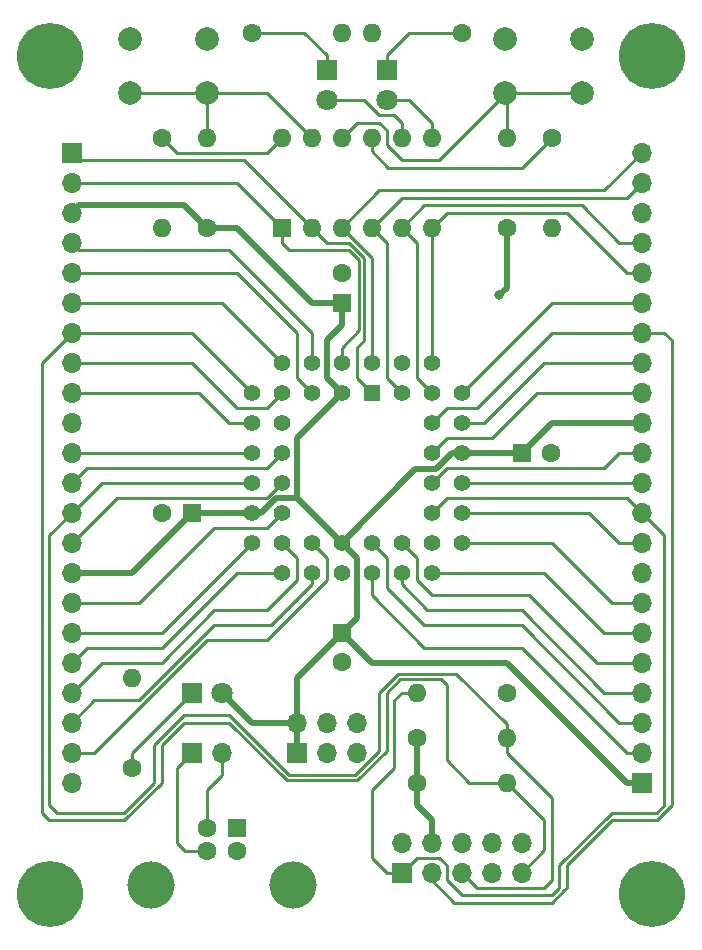
<source format=gbr>
%TF.GenerationSoftware,KiCad,Pcbnew,(5.1.7)-1*%
%TF.CreationDate,2022-07-04T22:41:30-03:00*%
%TF.ProjectId,ATF1502BR,41544631-3530-4324-9252-2e6b69636164,rev?*%
%TF.SameCoordinates,Original*%
%TF.FileFunction,Copper,L1,Top*%
%TF.FilePolarity,Positive*%
%FSLAX46Y46*%
G04 Gerber Fmt 4.6, Leading zero omitted, Abs format (unit mm)*
G04 Created by KiCad (PCBNEW (5.1.7)-1) date 2022-07-04 22:41:30*
%MOMM*%
%LPD*%
G01*
G04 APERTURE LIST*
%TA.AperFunction,ComponentPad*%
%ADD10C,5.600000*%
%TD*%
%TA.AperFunction,ComponentPad*%
%ADD11C,4.000000*%
%TD*%
%TA.AperFunction,ComponentPad*%
%ADD12C,1.600000*%
%TD*%
%TA.AperFunction,ComponentPad*%
%ADD13R,1.600000X1.600000*%
%TD*%
%TA.AperFunction,ComponentPad*%
%ADD14O,1.600000X1.600000*%
%TD*%
%TA.AperFunction,ComponentPad*%
%ADD15C,1.800000*%
%TD*%
%TA.AperFunction,ComponentPad*%
%ADD16R,1.800000X1.800000*%
%TD*%
%TA.AperFunction,ComponentPad*%
%ADD17O,1.700000X1.700000*%
%TD*%
%TA.AperFunction,ComponentPad*%
%ADD18R,1.700000X1.700000*%
%TD*%
%TA.AperFunction,ComponentPad*%
%ADD19C,2.000000*%
%TD*%
%TA.AperFunction,ComponentPad*%
%ADD20C,1.422400*%
%TD*%
%TA.AperFunction,ComponentPad*%
%ADD21R,1.422400X1.422400*%
%TD*%
%TA.AperFunction,ViaPad*%
%ADD22C,0.800000*%
%TD*%
%TA.AperFunction,Conductor*%
%ADD23C,0.500000*%
%TD*%
%TA.AperFunction,Conductor*%
%ADD24C,0.250000*%
%TD*%
G04 APERTURE END LIST*
D10*
%TO.P,REF\u002A\u002A,1*%
%TO.N,GND*%
X24500000Y-95500000D03*
%TD*%
%TO.P,REF\u002A\u002A,1*%
%TO.N,GND*%
X75500000Y-95500000D03*
%TD*%
%TO.P,REF\u002A\u002A,1*%
%TO.N,GND*%
X75500000Y-24500000D03*
%TD*%
%TO.P,REF\u002A\u002A,1*%
%TO.N,GND*%
X24500000Y-24500000D03*
%TD*%
D11*
%TO.P,J1,5*%
%TO.N,GND*%
X45070000Y-94710000D03*
X33070000Y-94710000D03*
D12*
%TO.P,J1,4*%
X40320000Y-91850000D03*
%TO.P,J1,3*%
%TO.N,/USBP*%
X37820000Y-91850000D03*
%TO.P,J1,2*%
%TO.N,/USBN*%
X37820000Y-89850000D03*
D13*
%TO.P,J1,1*%
%TO.N,+5V*%
X40320000Y-89850000D03*
%TD*%
D14*
%TO.P,R14,2*%
%TO.N,GND*%
X31430000Y-77150000D03*
D12*
%TO.P,R14,1*%
%TO.N,Net-(D8-Pad1)*%
X31430000Y-84770000D03*
%TD*%
D15*
%TO.P,D8,2*%
%TO.N,+5V*%
X39050000Y-78420000D03*
D16*
%TO.P,D8,1*%
%TO.N,Net-(D8-Pad1)*%
X36510000Y-78420000D03*
%TD*%
D17*
%TO.P,J6,6*%
%TO.N,GND*%
X50480000Y-80960000D03*
%TO.P,J6,5*%
X50480000Y-83500000D03*
%TO.P,J6,4*%
%TO.N,Net-(J6-Pad4)*%
X47940000Y-80960000D03*
%TO.P,J6,3*%
%TO.N,Net-(J6-Pad3)*%
X47940000Y-83500000D03*
%TO.P,J6,2*%
%TO.N,+5V*%
X45400000Y-80960000D03*
D18*
%TO.P,J6,1*%
X45400000Y-83500000D03*
%TD*%
D14*
%TO.P,SW1,12*%
%TO.N,Net-(R12-Pad1)*%
X44130000Y-31430000D03*
%TO.P,SW1,6*%
%TO.N,/IO_40*%
X56830000Y-39050000D03*
%TO.P,SW1,11*%
%TO.N,/SW_GCLR*%
X46670000Y-31430000D03*
%TO.P,SW1,5*%
%TO.N,/IO_GCLK3*%
X54290000Y-39050000D03*
%TO.P,SW1,10*%
%TO.N,/SW_OE1*%
X49210000Y-31430000D03*
%TO.P,SW1,4*%
%TO.N,/I_GCLK1*%
X51750000Y-39050000D03*
%TO.P,SW1,9*%
%TO.N,Net-(R13-Pad1)*%
X51750000Y-31430000D03*
%TO.P,SW1,3*%
%TO.N,/I_OE1*%
X49210000Y-39050000D03*
%TO.P,SW1,8*%
%TO.N,/LED1*%
X54290000Y-31430000D03*
%TO.P,SW1,2*%
%TO.N,/I_GCLR*%
X46670000Y-39050000D03*
%TO.P,SW1,7*%
%TO.N,/LED0*%
X56830000Y-31430000D03*
D13*
%TO.P,SW1,1*%
%TO.N,/I_GCLK2_OE2*%
X44130000Y-39050000D03*
%TD*%
D19*
%TO.P,SW5,1*%
%TO.N,/SW_GCLR*%
X31280000Y-27620000D03*
%TO.P,SW5,2*%
%TO.N,GND*%
X31280000Y-23120000D03*
%TO.P,SW5,1*%
%TO.N,/SW_GCLR*%
X37780000Y-27620000D03*
%TO.P,SW5,2*%
%TO.N,GND*%
X37780000Y-23120000D03*
%TD*%
%TO.P,SW4,1*%
%TO.N,/SW_OE1*%
X63030000Y-27620000D03*
%TO.P,SW4,2*%
%TO.N,GND*%
X63030000Y-23120000D03*
%TO.P,SW4,1*%
%TO.N,/SW_OE1*%
X69530000Y-27620000D03*
%TO.P,SW4,2*%
%TO.N,GND*%
X69530000Y-23120000D03*
%TD*%
D14*
%TO.P,R16,2*%
%TO.N,/SW_GCLR*%
X37780000Y-31430000D03*
D12*
%TO.P,R16,1*%
%TO.N,+5V*%
X37780000Y-39050000D03*
%TD*%
D14*
%TO.P,R15,2*%
%TO.N,/SW_OE1*%
X63180000Y-31430000D03*
D12*
%TO.P,R15,1*%
%TO.N,+5V*%
X63180000Y-39050000D03*
%TD*%
D14*
%TO.P,R13,2*%
%TO.N,GND*%
X66990000Y-39050000D03*
D12*
%TO.P,R13,1*%
%TO.N,Net-(R13-Pad1)*%
X66990000Y-31430000D03*
%TD*%
D14*
%TO.P,R12,2*%
%TO.N,GND*%
X33970000Y-39050000D03*
D12*
%TO.P,R12,1*%
%TO.N,Net-(R12-Pad1)*%
X33970000Y-31430000D03*
%TD*%
D14*
%TO.P,R5,2*%
%TO.N,GND*%
X49210000Y-22540000D03*
D12*
%TO.P,R5,1*%
%TO.N,Net-(D1-Pad1)*%
X41590000Y-22540000D03*
%TD*%
D14*
%TO.P,R4,2*%
%TO.N,GND*%
X51750000Y-22540000D03*
D12*
%TO.P,R4,1*%
%TO.N,Net-(D0-Pad1)*%
X59370000Y-22540000D03*
%TD*%
D14*
%TO.P,R3,2*%
%TO.N,/TCK*%
X55560000Y-78420000D03*
D12*
%TO.P,R3,1*%
%TO.N,GND*%
X63180000Y-78420000D03*
%TD*%
D14*
%TO.P,R2,2*%
%TO.N,/TMS*%
X63180000Y-82230000D03*
D12*
%TO.P,R2,1*%
%TO.N,+5V*%
X55560000Y-82230000D03*
%TD*%
D14*
%TO.P,R1,2*%
%TO.N,/TDI*%
X63180000Y-86040000D03*
D12*
%TO.P,R1,1*%
%TO.N,+5V*%
X55560000Y-86040000D03*
%TD*%
D17*
%TO.P,J4,10*%
%TO.N,GND*%
X64450000Y-91120000D03*
%TO.P,J4,9*%
%TO.N,/TDI*%
X64450000Y-93660000D03*
%TO.P,J4,8*%
%TO.N,Net-(J4-Pad8)*%
X61910000Y-91120000D03*
%TO.P,J4,7*%
%TO.N,Net-(J4-Pad7)*%
X61910000Y-93660000D03*
%TO.P,J4,6*%
%TO.N,Net-(J4-Pad6)*%
X59370000Y-91120000D03*
%TO.P,J4,5*%
%TO.N,/TMS*%
X59370000Y-93660000D03*
%TO.P,J4,4*%
%TO.N,+5V*%
X56830000Y-91120000D03*
%TO.P,J4,3*%
%TO.N,/TDO*%
X56830000Y-93660000D03*
%TO.P,J4,2*%
%TO.N,GND*%
X54290000Y-91120000D03*
D18*
%TO.P,J4,1*%
%TO.N,/TCK*%
X54290000Y-93660000D03*
%TD*%
D17*
%TO.P,J2,2*%
%TO.N,/USBN*%
X39050000Y-83500000D03*
D18*
%TO.P,J2,1*%
%TO.N,/USBP*%
X36510000Y-83500000D03*
%TD*%
D15*
%TO.P,D1,2*%
%TO.N,/LED1*%
X47940000Y-28255000D03*
D16*
%TO.P,D1,1*%
%TO.N,Net-(D1-Pad1)*%
X47940000Y-25715000D03*
%TD*%
D15*
%TO.P,D0,2*%
%TO.N,/LED0*%
X53020000Y-28255000D03*
D16*
%TO.P,D0,1*%
%TO.N,Net-(D0-Pad1)*%
X53020000Y-25715000D03*
%TD*%
D12*
%TO.P,C4,2*%
%TO.N,GND*%
X49210000Y-75840000D03*
D13*
%TO.P,C4,1*%
%TO.N,+5V*%
X49210000Y-73340000D03*
%TD*%
D12*
%TO.P,C3,2*%
%TO.N,GND*%
X66950000Y-58100000D03*
D13*
%TO.P,C3,1*%
%TO.N,+5V*%
X64450000Y-58100000D03*
%TD*%
D12*
%TO.P,C2,2*%
%TO.N,GND*%
X34010000Y-63180000D03*
D13*
%TO.P,C2,1*%
%TO.N,+5V*%
X36510000Y-63180000D03*
%TD*%
D12*
%TO.P,C1,2*%
%TO.N,GND*%
X49210000Y-42900000D03*
D13*
%TO.P,C1,1*%
%TO.N,+5V*%
X49210000Y-45400000D03*
%TD*%
D20*
%TO.P,U1,39*%
%TO.N,/IO_39*%
X59370000Y-53020000D03*
%TO.P,U1,37*%
%TO.N,/IO_37*%
X59370000Y-55560000D03*
%TO.P,U1,35*%
%TO.N,+5V*%
X59370000Y-58100000D03*
%TO.P,U1,33*%
%TO.N,/IO_33*%
X59370000Y-60640000D03*
%TO.P,U1,31*%
%TO.N,/IO_31*%
X59370000Y-63180000D03*
%TO.P,U1,40*%
%TO.N,/IO_40*%
X56830000Y-50480000D03*
%TO.P,U1,38*%
%TO.N,/TDO*%
X56830000Y-55560000D03*
%TO.P,U1,36*%
%TO.N,/IO_36*%
X56830000Y-58100000D03*
%TO.P,U1,34*%
%TO.N,/IO_34*%
X56830000Y-60640000D03*
%TO.P,U1,32*%
%TO.N,/TCK*%
X56830000Y-63180000D03*
%TO.P,U1,30*%
%TO.N,GND*%
X56830000Y-65720000D03*
%TO.P,U1,28*%
%TO.N,/IO_28*%
X56830000Y-68260000D03*
%TO.P,U1,26*%
%TO.N,/IO_26*%
X54290000Y-68260000D03*
%TO.P,U1,24*%
%TO.N,/IO_24*%
X51750000Y-68260000D03*
%TO.P,U1,22*%
%TO.N,GND*%
X49210000Y-68260000D03*
%TO.P,U1,20*%
%TO.N,/IO_20*%
X46670000Y-68260000D03*
%TO.P,U1,18*%
%TO.N,/IO_18*%
X44130000Y-68260000D03*
%TO.P,U1,29*%
%TO.N,/IO_29*%
X59370000Y-65720000D03*
%TO.P,U1,27*%
%TO.N,/IO_27*%
X54290000Y-65720000D03*
%TO.P,U1,25*%
%TO.N,/IO_PD2*%
X51750000Y-65720000D03*
%TO.P,U1,23*%
%TO.N,+5V*%
X49210000Y-65720000D03*
%TO.P,U1,21*%
%TO.N,/IO_21*%
X46670000Y-65720000D03*
%TO.P,U1,19*%
%TO.N,/IO_19*%
X44130000Y-65720000D03*
%TO.P,U1,17*%
%TO.N,/IO_17*%
X41590000Y-65720000D03*
%TO.P,U1,15*%
%TO.N,+5V*%
X41590000Y-63180000D03*
%TO.P,U1,13*%
%TO.N,/TMS*%
X41590000Y-60640000D03*
%TO.P,U1,11*%
%TO.N,/IO_PD1*%
X41590000Y-58100000D03*
%TO.P,U1,9*%
%TO.N,/IO_9*%
X41590000Y-55560000D03*
%TO.P,U1,7*%
%TO.N,/TDI*%
X41590000Y-53020000D03*
%TO.P,U1,16*%
%TO.N,/IO_16*%
X44130000Y-63180000D03*
%TO.P,U1,14*%
%TO.N,/IO_14*%
X44130000Y-60640000D03*
%TO.P,U1,12*%
%TO.N,/IO_12*%
X44130000Y-58100000D03*
%TO.P,U1,10*%
%TO.N,GND*%
X44130000Y-55560000D03*
%TO.P,U1,8*%
%TO.N,/IO_8*%
X44130000Y-53020000D03*
%TO.P,U1,42*%
%TO.N,GND*%
X54290000Y-50480000D03*
%TO.P,U1,44*%
%TO.N,/I_OE1*%
X51750000Y-50480000D03*
%TO.P,U1,6*%
%TO.N,/IO_6*%
X44130000Y-50480000D03*
%TO.P,U1,4*%
%TO.N,/IO_4*%
X46670000Y-50480000D03*
%TO.P,U1,2*%
%TO.N,/I_GCLK2_OE2*%
X49210000Y-50480000D03*
%TO.P,U1,41*%
%TO.N,/IO_GCLK3*%
X56830000Y-53020000D03*
%TO.P,U1,43*%
%TO.N,/I_GCLK1*%
X54290000Y-53020000D03*
%TO.P,U1,5*%
%TO.N,/IO_5*%
X46670000Y-53020000D03*
%TO.P,U1,3*%
%TO.N,+5V*%
X49210000Y-53020000D03*
D21*
%TO.P,U1,1*%
%TO.N,/I_GCLR*%
X51750000Y-53020000D03*
%TD*%
D17*
%TO.P,J5,22*%
%TO.N,/I_OE1*%
X74610000Y-32700000D03*
%TO.P,J5,21*%
%TO.N,/I_GCLK1*%
X74610000Y-35240000D03*
%TO.P,J5,20*%
%TO.N,GND*%
X74610000Y-37780000D03*
%TO.P,J5,19*%
%TO.N,/IO_GCLK3*%
X74610000Y-40320000D03*
%TO.P,J5,18*%
%TO.N,/IO_40*%
X74610000Y-42860000D03*
%TO.P,J5,17*%
%TO.N,/IO_39*%
X74610000Y-45400000D03*
%TO.P,J5,16*%
%TO.N,/TDO*%
X74610000Y-47940000D03*
%TO.P,J5,15*%
%TO.N,/IO_37*%
X74610000Y-50480000D03*
%TO.P,J5,14*%
%TO.N,/IO_36*%
X74610000Y-53020000D03*
%TO.P,J5,13*%
%TO.N,+5V*%
X74610000Y-55560000D03*
%TO.P,J5,12*%
%TO.N,/IO_34*%
X74610000Y-58100000D03*
%TO.P,J5,11*%
%TO.N,/IO_33*%
X74610000Y-60640000D03*
%TO.P,J5,10*%
%TO.N,/TCK*%
X74610000Y-63180000D03*
%TO.P,J5,9*%
%TO.N,/IO_31*%
X74610000Y-65720000D03*
%TO.P,J5,8*%
%TO.N,GND*%
X74610000Y-68260000D03*
%TO.P,J5,7*%
%TO.N,/IO_29*%
X74610000Y-70800000D03*
%TO.P,J5,6*%
%TO.N,/IO_28*%
X74610000Y-73340000D03*
%TO.P,J5,5*%
%TO.N,/IO_27*%
X74610000Y-75880000D03*
%TO.P,J5,4*%
%TO.N,/IO_26*%
X74610000Y-78420000D03*
%TO.P,J5,3*%
%TO.N,/IO_PD2*%
X74610000Y-80960000D03*
%TO.P,J5,2*%
%TO.N,/IO_24*%
X74610000Y-83500000D03*
D18*
%TO.P,J5,1*%
%TO.N,+5V*%
X74610000Y-86040000D03*
%TD*%
D17*
%TO.P,J3,22*%
%TO.N,GND*%
X26350000Y-86040000D03*
%TO.P,J3,21*%
%TO.N,/IO_21*%
X26350000Y-83500000D03*
%TO.P,J3,20*%
%TO.N,/IO_20*%
X26350000Y-80960000D03*
%TO.P,J3,19*%
%TO.N,/IO_19*%
X26350000Y-78420000D03*
%TO.P,J3,18*%
%TO.N,/IO_18*%
X26350000Y-75880000D03*
%TO.P,J3,17*%
%TO.N,/IO_17*%
X26350000Y-73340000D03*
%TO.P,J3,16*%
%TO.N,/IO_16*%
X26350000Y-70800000D03*
%TO.P,J3,15*%
%TO.N,+5V*%
X26350000Y-68260000D03*
%TO.P,J3,14*%
%TO.N,/IO_14*%
X26350000Y-65720000D03*
%TO.P,J3,13*%
%TO.N,/TMS*%
X26350000Y-63180000D03*
%TO.P,J3,12*%
%TO.N,/IO_12*%
X26350000Y-60640000D03*
%TO.P,J3,11*%
%TO.N,/IO_PD1*%
X26350000Y-58100000D03*
%TO.P,J3,10*%
%TO.N,GND*%
X26350000Y-55560000D03*
%TO.P,J3,9*%
%TO.N,/IO_9*%
X26350000Y-53020000D03*
%TO.P,J3,8*%
%TO.N,/IO_8*%
X26350000Y-50480000D03*
%TO.P,J3,7*%
%TO.N,/TDI*%
X26350000Y-47940000D03*
%TO.P,J3,6*%
%TO.N,/IO_6*%
X26350000Y-45400000D03*
%TO.P,J3,5*%
%TO.N,/IO_5*%
X26350000Y-42860000D03*
%TO.P,J3,4*%
%TO.N,/IO_4*%
X26350000Y-40320000D03*
%TO.P,J3,3*%
%TO.N,+5V*%
X26350000Y-37780000D03*
%TO.P,J3,2*%
%TO.N,/I_GCLK2_OE2*%
X26350000Y-35240000D03*
D18*
%TO.P,J3,1*%
%TO.N,/I_GCLR*%
X26350000Y-32700000D03*
%TD*%
D22*
%TO.N,+5V*%
X62545000Y-44765000D03*
%TD*%
D23*
%TO.N,+5V*%
X26350000Y-37780000D02*
X26985000Y-37145000D01*
X26985000Y-37145000D02*
X35875000Y-37145000D01*
X35875000Y-37145000D02*
X37780000Y-39050000D01*
X36510000Y-63180000D02*
X41590000Y-63180000D01*
X64450000Y-58100000D02*
X59370000Y-58100000D01*
X31430000Y-68260000D02*
X36510000Y-63180000D01*
X26350000Y-68260000D02*
X31430000Y-68260000D01*
X50480000Y-72070000D02*
X49210000Y-73340000D01*
X50480000Y-66990000D02*
X50480000Y-72070000D01*
X49210000Y-65720000D02*
X50480000Y-66990000D01*
X64450000Y-58100000D02*
X66990000Y-55560000D01*
X66990000Y-55560000D02*
X74610000Y-55560000D01*
X45400000Y-83500000D02*
X45400000Y-80960000D01*
X41590000Y-80960000D02*
X39050000Y-78420000D01*
X45400000Y-80960000D02*
X41590000Y-80960000D01*
X45400000Y-77150000D02*
X49210000Y-73340000D01*
X45400000Y-80960000D02*
X45400000Y-77150000D01*
X49210000Y-53020000D02*
X47940000Y-51750000D01*
X37780000Y-39050000D02*
X40320000Y-39050000D01*
X46670000Y-45400000D02*
X49210000Y-45400000D01*
X40320000Y-39050000D02*
X46670000Y-45400000D01*
X47940000Y-51750000D02*
X47940000Y-48575000D01*
X47940000Y-48575000D02*
X49210000Y-47305000D01*
X49210000Y-47305000D02*
X49210000Y-45400000D01*
X42411422Y-63180000D02*
X43681422Y-61910000D01*
X41590000Y-63180000D02*
X42411422Y-63180000D01*
X45400000Y-61910000D02*
X49210000Y-65720000D01*
X43681422Y-61910000D02*
X45400000Y-61910000D01*
X55560000Y-86040000D02*
X55560000Y-87945000D01*
X56830000Y-89215000D02*
X56830000Y-91120000D01*
X55560000Y-87945000D02*
X56830000Y-89215000D01*
X55560000Y-86040000D02*
X55560000Y-82230000D01*
X63180000Y-75880000D02*
X73340000Y-86040000D01*
X73340000Y-86040000D02*
X74610000Y-86040000D01*
X51750000Y-75880000D02*
X63180000Y-75880000D01*
X49210000Y-73340000D02*
X51750000Y-75880000D01*
X45400000Y-56830000D02*
X49210000Y-53020000D01*
X45400000Y-61910000D02*
X45400000Y-56830000D01*
X55451201Y-59478799D02*
X49210000Y-65720000D01*
X57169779Y-59478799D02*
X55451201Y-59478799D01*
X58548578Y-58100000D02*
X57169779Y-59478799D01*
X59370000Y-58100000D02*
X58548578Y-58100000D01*
X63180000Y-43495000D02*
X63180000Y-39050000D01*
X62545000Y-44765000D02*
X63180000Y-44130000D01*
X63180000Y-44130000D02*
X63180000Y-43495000D01*
D24*
%TO.N,Net-(D0-Pad1)*%
X53020000Y-25715000D02*
X53020000Y-24445000D01*
X54925000Y-22540000D02*
X59370000Y-22540000D01*
X53020000Y-24445000D02*
X54925000Y-22540000D01*
%TO.N,Net-(D1-Pad1)*%
X47940000Y-25715000D02*
X47940000Y-24445000D01*
X47940000Y-24445000D02*
X46035000Y-22540000D01*
X46035000Y-22540000D02*
X41590000Y-22540000D01*
%TO.N,Net-(D8-Pad1)*%
X31430000Y-83500000D02*
X36510000Y-78420000D01*
X31430000Y-84770000D02*
X31430000Y-83500000D01*
%TO.N,/USBP*%
X35970000Y-91850000D02*
X37820000Y-91850000D01*
X35240000Y-91120000D02*
X35970000Y-91850000D01*
X35240000Y-84770000D02*
X35240000Y-91120000D01*
X36510000Y-83500000D02*
X35240000Y-84770000D01*
%TO.N,/USBN*%
X39050000Y-83500000D02*
X39050000Y-85405000D01*
X37820000Y-86635000D02*
X37820000Y-88580000D01*
X39050000Y-85405000D02*
X37820000Y-86635000D01*
X37820000Y-88580000D02*
X37820000Y-89850000D01*
%TO.N,/IO_21*%
X28256410Y-83500000D02*
X26350000Y-83500000D01*
X37781410Y-73975000D02*
X28256410Y-83500000D01*
X42860000Y-73975000D02*
X37781410Y-73975000D01*
X47940000Y-68895000D02*
X42860000Y-73975000D01*
X47940000Y-66990000D02*
X47940000Y-68895000D01*
X46670000Y-65720000D02*
X47940000Y-66990000D01*
%TO.N,/IO_20*%
X46670000Y-69265788D02*
X43230788Y-72705000D01*
X46670000Y-68260000D02*
X46670000Y-69265788D01*
X43230788Y-72705000D02*
X38415000Y-72705000D01*
X38415000Y-72705000D02*
X32065000Y-79055000D01*
X28255000Y-79055000D02*
X26350000Y-80960000D01*
X32065000Y-79055000D02*
X28255000Y-79055000D01*
%TO.N,/IO_19*%
X33970000Y-75880000D02*
X28890000Y-75880000D01*
X38415000Y-71435000D02*
X33970000Y-75880000D01*
X42860000Y-71435000D02*
X38415000Y-71435000D01*
X45400000Y-68895000D02*
X42860000Y-71435000D01*
X28890000Y-75880000D02*
X26350000Y-78420000D01*
X45400000Y-66990000D02*
X45400000Y-68895000D01*
X44130000Y-65720000D02*
X45400000Y-66990000D01*
%TO.N,/IO_18*%
X44130000Y-68260000D02*
X40320000Y-68260000D01*
X40320000Y-68260000D02*
X33970000Y-74610000D01*
X27620000Y-74610000D02*
X26350000Y-75880000D01*
X33970000Y-74610000D02*
X27620000Y-74610000D01*
%TO.N,/IO_17*%
X41590000Y-65720000D02*
X33970000Y-73340000D01*
X33970000Y-73340000D02*
X26350000Y-73340000D01*
%TO.N,/IO_16*%
X44130000Y-63180000D02*
X42860000Y-64450000D01*
X42860000Y-64450000D02*
X38415000Y-64450000D01*
X32065000Y-70800000D02*
X26350000Y-70800000D01*
X38415000Y-64450000D02*
X32065000Y-70800000D01*
%TO.N,/IO_14*%
X30160000Y-61910000D02*
X26350000Y-65720000D01*
X42860000Y-61910000D02*
X30160000Y-61910000D01*
X44130000Y-60640000D02*
X42860000Y-61910000D01*
%TO.N,/TMS*%
X28890000Y-60640000D02*
X26350000Y-63180000D01*
X41590000Y-60640000D02*
X28890000Y-60640000D01*
X63180000Y-81098630D02*
X63180000Y-82230000D01*
X58926360Y-76844990D02*
X63180000Y-81098630D01*
X53960011Y-76844989D02*
X58926360Y-76844990D01*
X24445000Y-65085000D02*
X24445000Y-87945000D01*
X44765000Y-85405000D02*
X50314002Y-85405000D01*
X24445000Y-87945000D02*
X25080000Y-88580000D01*
X25080000Y-88580000D02*
X30795000Y-88580000D01*
X30795000Y-88580000D02*
X33335000Y-86040000D01*
X50314002Y-85405000D02*
X52385000Y-83334002D01*
X33335000Y-86040000D02*
X33335000Y-82865000D01*
X33335000Y-82865000D02*
X35875000Y-80325000D01*
X35875000Y-80325000D02*
X39685000Y-80325000D01*
X26350000Y-63180000D02*
X24445000Y-65085000D01*
X52385000Y-83334002D02*
X52385000Y-78420000D01*
X39685000Y-80325000D02*
X44765000Y-85405000D01*
X52385000Y-78420000D02*
X53960011Y-76844989D01*
X63180000Y-82230000D02*
X63180000Y-83500000D01*
X63180000Y-83500000D02*
X66990000Y-87310000D01*
X66990000Y-87310000D02*
X66990000Y-94295000D01*
X66990000Y-94295000D02*
X66355000Y-94930000D01*
X60640000Y-94930000D02*
X59370000Y-93660000D01*
X66355000Y-94930000D02*
X60640000Y-94930000D01*
%TO.N,/IO_12*%
X27620000Y-59370000D02*
X26350000Y-60640000D01*
X42860000Y-59370000D02*
X27620000Y-59370000D01*
X44130000Y-58100000D02*
X42860000Y-59370000D01*
%TO.N,/IO_PD1*%
X41590000Y-58100000D02*
X26350000Y-58100000D01*
%TO.N,/IO_9*%
X41590000Y-55560000D02*
X39685000Y-55560000D01*
X39685000Y-55560000D02*
X37145000Y-53020000D01*
X37145000Y-53020000D02*
X26350000Y-53020000D01*
%TO.N,/IO_8*%
X44130000Y-53020000D02*
X42860000Y-54290000D01*
X42860000Y-54290000D02*
X40320000Y-54290000D01*
X40320000Y-54290000D02*
X36510000Y-50480000D01*
X36510000Y-50480000D02*
X26350000Y-50480000D01*
%TO.N,/TDI*%
X41590000Y-53020000D02*
X36510000Y-47940000D01*
X36510000Y-47940000D02*
X26350000Y-47940000D01*
X64450000Y-93660000D02*
X66355000Y-91755000D01*
X66355000Y-89215000D02*
X63180000Y-86040000D01*
X66355000Y-91755000D02*
X66355000Y-89215000D01*
X58100000Y-84135000D02*
X60005000Y-86040000D01*
X58100000Y-77785000D02*
X58100000Y-84135000D01*
X60005000Y-86040000D02*
X63180000Y-86040000D01*
X57609999Y-77294999D02*
X58100000Y-77785000D01*
X54146411Y-77294999D02*
X57609999Y-77294999D01*
X24445000Y-89215000D02*
X30796410Y-89215000D01*
X23810000Y-50480000D02*
X23810000Y-88580000D01*
X33970000Y-82866410D02*
X35876410Y-80960000D01*
X53020000Y-83335412D02*
X53020000Y-78421410D01*
X50500403Y-85855009D02*
X53020000Y-83335412D01*
X33970000Y-86041410D02*
X33970000Y-82866410D01*
X35876410Y-80960000D02*
X39683590Y-80960000D01*
X23810000Y-88580000D02*
X24445000Y-89215000D01*
X53020000Y-78421410D02*
X54146411Y-77294999D01*
X39683590Y-80960000D02*
X44578600Y-85855010D01*
X26350000Y-47940000D02*
X23810000Y-50480000D01*
X30796410Y-89215000D02*
X33970000Y-86041410D01*
X44578600Y-85855010D02*
X50500403Y-85855009D01*
%TO.N,/IO_6*%
X44130000Y-50480000D02*
X39050000Y-45400000D01*
X39050000Y-45400000D02*
X26350000Y-45400000D01*
%TO.N,/IO_5*%
X46670000Y-53020000D02*
X45400000Y-51750000D01*
X45400000Y-51750000D02*
X45400000Y-47940000D01*
X40320000Y-42860000D02*
X26350000Y-42860000D01*
X45400000Y-47940000D02*
X40320000Y-42860000D01*
%TO.N,/IO_4*%
X46670000Y-50480000D02*
X46670000Y-47940000D01*
X46670000Y-47940000D02*
X39685000Y-40955000D01*
X26985000Y-40955000D02*
X26350000Y-40320000D01*
X39685000Y-40955000D02*
X26985000Y-40955000D01*
%TO.N,/I_GCLK2_OE2*%
X44130000Y-40320000D02*
X44130000Y-39050000D01*
X44130000Y-39050000D02*
X40320000Y-35240000D01*
X40320000Y-35240000D02*
X26350000Y-35240000D01*
X44130000Y-40320000D02*
X44765000Y-40955000D01*
X44765000Y-40955000D02*
X49842180Y-40955000D01*
X50664990Y-41777810D02*
X50664990Y-47755010D01*
X49842180Y-40955000D02*
X50664990Y-41777810D01*
X50664990Y-47755010D02*
X49210000Y-49210000D01*
X49210000Y-49210000D02*
X49210000Y-50480000D01*
%TO.N,/I_GCLR*%
X46670000Y-39050000D02*
X40955000Y-33335000D01*
X26985000Y-33335000D02*
X26350000Y-32700000D01*
X40955000Y-33335000D02*
X26985000Y-33335000D01*
X50480000Y-51750000D02*
X51750000Y-53020000D01*
X50480000Y-49210000D02*
X50480000Y-51750000D01*
X51115000Y-48575000D02*
X50480000Y-49210000D01*
X51115000Y-41591410D02*
X51115000Y-48575000D01*
X49843590Y-40320000D02*
X51115000Y-41591410D01*
X47940000Y-40320000D02*
X49843590Y-40320000D01*
X46670000Y-39050000D02*
X47940000Y-40320000D01*
%TO.N,/TDO*%
X56830000Y-55560000D02*
X58100000Y-54290000D01*
X58100000Y-54290000D02*
X60640000Y-54290000D01*
X60640000Y-54290000D02*
X66990000Y-47940000D01*
X66990000Y-47940000D02*
X74610000Y-47940000D01*
X66991410Y-96200000D02*
X58735000Y-96200000D01*
X68075010Y-95114990D02*
X68075009Y-95116401D01*
X68260000Y-94930000D02*
X68075010Y-95114990D01*
X56830000Y-94295000D02*
X56830000Y-93660000D01*
X68260000Y-93026410D02*
X68260000Y-94930000D01*
X72071410Y-89215000D02*
X68260000Y-93026410D01*
X75881410Y-89215000D02*
X72071410Y-89215000D01*
X58735000Y-96200000D02*
X56830000Y-94295000D01*
X77150000Y-87946410D02*
X75881410Y-89215000D01*
X77150000Y-48575000D02*
X77150000Y-87946410D01*
X68075009Y-95116401D02*
X66991410Y-96200000D01*
X76515000Y-47940000D02*
X77150000Y-48575000D01*
X74610000Y-47940000D02*
X76515000Y-47940000D01*
%TO.N,/TCK*%
X73340000Y-61910000D02*
X74610000Y-63180000D01*
X58100000Y-61910000D02*
X73340000Y-61910000D01*
X56830000Y-63180000D02*
X58100000Y-61910000D01*
X57465000Y-92390000D02*
X55560000Y-92390000D01*
X59370000Y-95565000D02*
X58100000Y-94295000D01*
X66990000Y-95565000D02*
X59370000Y-95565000D01*
X58100000Y-93025000D02*
X57465000Y-92390000D01*
X67625000Y-94930000D02*
X66990000Y-95565000D01*
X67625000Y-93025000D02*
X67625000Y-94930000D01*
X55560000Y-92390000D02*
X54290000Y-93660000D01*
X72070000Y-88580000D02*
X67625000Y-93025000D01*
X75880000Y-88580000D02*
X72070000Y-88580000D01*
X76515000Y-87945000D02*
X75880000Y-88580000D01*
X76515000Y-65085000D02*
X76515000Y-87945000D01*
X58100000Y-94295000D02*
X58100000Y-93025000D01*
X74610000Y-63180000D02*
X76515000Y-65085000D01*
X53655000Y-79055000D02*
X54290000Y-78420000D01*
X53655000Y-84770000D02*
X53655000Y-79055000D01*
X51750000Y-86675000D02*
X53655000Y-84770000D01*
X51750000Y-92390000D02*
X51750000Y-86675000D01*
X54290000Y-78420000D02*
X55560000Y-78420000D01*
X53020000Y-93660000D02*
X51750000Y-92390000D01*
X54290000Y-93660000D02*
X53020000Y-93660000D01*
%TO.N,/I_OE1*%
X51750000Y-41590000D02*
X49210000Y-39050000D01*
X51750000Y-50480000D02*
X51750000Y-41590000D01*
X49210000Y-39050000D02*
X52385000Y-35875000D01*
X71435000Y-35875000D02*
X74610000Y-32700000D01*
X52385000Y-35875000D02*
X71435000Y-35875000D01*
%TO.N,/I_GCLK1*%
X54290000Y-53020000D02*
X53020000Y-51750000D01*
X53020000Y-40320000D02*
X51750000Y-39050000D01*
X53020000Y-51750000D02*
X53020000Y-40320000D01*
X51750000Y-39050000D02*
X54290000Y-36510000D01*
X73340000Y-36510000D02*
X74610000Y-35240000D01*
X54290000Y-36510000D02*
X73340000Y-36510000D01*
%TO.N,/IO_GCLK3*%
X56830000Y-53020000D02*
X55560000Y-51750000D01*
X55560000Y-40320000D02*
X54290000Y-39050000D01*
X55560000Y-51750000D02*
X55560000Y-40320000D01*
X72705000Y-40320000D02*
X74610000Y-40320000D01*
X69530000Y-37145000D02*
X72705000Y-40320000D01*
X56195000Y-37145000D02*
X69530000Y-37145000D01*
X54290000Y-39050000D02*
X56195000Y-37145000D01*
%TO.N,/IO_40*%
X56830000Y-50480000D02*
X56830000Y-39050000D01*
X56830000Y-39050000D02*
X58100000Y-37780000D01*
X58100000Y-37780000D02*
X68260000Y-37780000D01*
X73340000Y-42860000D02*
X74610000Y-42860000D01*
X68260000Y-37780000D02*
X73340000Y-42860000D01*
%TO.N,/IO_39*%
X59370000Y-53020000D02*
X66990000Y-45400000D01*
X66990000Y-45400000D02*
X74610000Y-45400000D01*
%TO.N,/IO_37*%
X59370000Y-55560000D02*
X61275000Y-55560000D01*
X61275000Y-55560000D02*
X66355000Y-50480000D01*
X66355000Y-50480000D02*
X74610000Y-50480000D01*
%TO.N,/IO_36*%
X56830000Y-58100000D02*
X58100000Y-56830000D01*
X58100000Y-56830000D02*
X61910000Y-56830000D01*
X65720000Y-53020000D02*
X74610000Y-53020000D01*
X61910000Y-56830000D02*
X65720000Y-53020000D01*
%TO.N,/IO_34*%
X56830000Y-60640000D02*
X58100000Y-59370000D01*
X58100000Y-59370000D02*
X71435000Y-59370000D01*
X72705000Y-58100000D02*
X74610000Y-58100000D01*
X71435000Y-59370000D02*
X72705000Y-58100000D01*
%TO.N,/IO_33*%
X59370000Y-60640000D02*
X74610000Y-60640000D01*
%TO.N,/IO_31*%
X59370000Y-63180000D02*
X70165000Y-63180000D01*
X72705000Y-65720000D02*
X74610000Y-65720000D01*
X70165000Y-63180000D02*
X72705000Y-65720000D01*
%TO.N,/IO_29*%
X59370000Y-65720000D02*
X66990000Y-65720000D01*
X72070000Y-70800000D02*
X74610000Y-70800000D01*
X66990000Y-65720000D02*
X72070000Y-70800000D01*
%TO.N,/IO_28*%
X56830000Y-68260000D02*
X66355000Y-68260000D01*
X71435000Y-73340000D02*
X74610000Y-73340000D01*
X66355000Y-68260000D02*
X71435000Y-73340000D01*
%TO.N,/IO_27*%
X54290000Y-65720000D02*
X55560000Y-66990000D01*
X55560000Y-66990000D02*
X55560000Y-68895000D01*
X55560000Y-68895000D02*
X56830000Y-70165000D01*
X56830000Y-70165000D02*
X65085000Y-70165000D01*
X70800000Y-75880000D02*
X74610000Y-75880000D01*
X65085000Y-70165000D02*
X70800000Y-75880000D01*
%TO.N,/IO_26*%
X54290000Y-69265788D02*
X56459212Y-71435000D01*
X54290000Y-68260000D02*
X54290000Y-69265788D01*
X56459212Y-71435000D02*
X64450000Y-71435000D01*
X71435000Y-78420000D02*
X74610000Y-78420000D01*
X64450000Y-71435000D02*
X71435000Y-78420000D01*
%TO.N,/IO_PD2*%
X72705000Y-80960000D02*
X74610000Y-80960000D01*
X64450000Y-72705000D02*
X72705000Y-80960000D01*
X56195000Y-72705000D02*
X64450000Y-72705000D01*
X53020000Y-69530000D02*
X56195000Y-72705000D01*
X53020000Y-66990000D02*
X53020000Y-69530000D01*
X51750000Y-65720000D02*
X53020000Y-66990000D01*
%TO.N,/IO_24*%
X51750000Y-68260000D02*
X51750000Y-70165000D01*
X51750000Y-70165000D02*
X56195000Y-74610000D01*
X56195000Y-74610000D02*
X64450000Y-74610000D01*
X73340000Y-83500000D02*
X74610000Y-83500000D01*
X64450000Y-74610000D02*
X73340000Y-83500000D01*
%TO.N,Net-(R12-Pad1)*%
X42860000Y-32700000D02*
X44130000Y-31430000D01*
X35240000Y-32700000D02*
X42860000Y-32700000D01*
X33970000Y-31430000D02*
X35240000Y-32700000D01*
%TO.N,Net-(R13-Pad1)*%
X51750000Y-32561370D02*
X53158630Y-33970000D01*
X51750000Y-31430000D02*
X51750000Y-32561370D01*
X64450000Y-33970000D02*
X66990000Y-31430000D01*
X53158630Y-33970000D02*
X64450000Y-33970000D01*
%TO.N,/LED0*%
X53655000Y-28255000D02*
X53020000Y-28255000D01*
X53020000Y-28255000D02*
X54925000Y-28255000D01*
X56830000Y-30160000D02*
X56830000Y-31430000D01*
X54925000Y-28255000D02*
X56830000Y-30160000D01*
%TO.N,/LED1*%
X51115000Y-28255000D02*
X47940000Y-28255000D01*
X54290000Y-31430000D02*
X54290000Y-30160000D01*
X54290000Y-30160000D02*
X53655000Y-29525000D01*
X53655000Y-29525000D02*
X52385000Y-29525000D01*
X52385000Y-29525000D02*
X51115000Y-28255000D01*
%TO.N,/SW_OE1*%
X63030000Y-27770000D02*
X63030000Y-27620000D01*
X57465000Y-33335000D02*
X63030000Y-27770000D01*
X54290000Y-33335000D02*
X57465000Y-33335000D01*
X53020000Y-32065000D02*
X54290000Y-33335000D01*
X53020000Y-30795000D02*
X53020000Y-32065000D01*
X52385000Y-30160000D02*
X53020000Y-30795000D01*
X50480000Y-30160000D02*
X52385000Y-30160000D01*
X49210000Y-31430000D02*
X50480000Y-30160000D01*
X63030000Y-27620000D02*
X69530000Y-27620000D01*
X63180000Y-27770000D02*
X63030000Y-27620000D01*
X63180000Y-31430000D02*
X63180000Y-27770000D01*
%TO.N,/SW_GCLR*%
X42860000Y-27620000D02*
X37780000Y-27620000D01*
X46670000Y-31430000D02*
X42860000Y-27620000D01*
X37780000Y-27620000D02*
X31280000Y-27620000D01*
X37780000Y-31430000D02*
X37780000Y-27620000D01*
%TD*%
M02*

</source>
